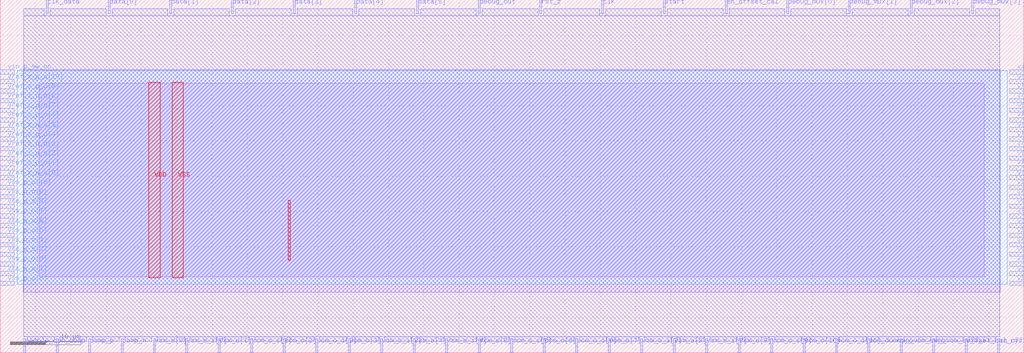
<source format=lef>
VERSION 5.7 ;
  NOWIREEXTENSIONATPIN ON ;
  DIVIDERCHAR "/" ;
  BUSBITCHARS "[]" ;
MACRO state_machine
  CLASS BLOCK ;
  FOREIGN state_machine ;
  ORIGIN 0.000 0.000 ;
  SIZE 145.000 BY 50.000 ;
  PIN VDD
    DIRECTION INOUT ;
    USE POWER ;
    PORT
      LAYER met4 ;
        RECT 21.040 10.640 22.640 38.320 ;
    END
  END VDD
  PIN VSS
    DIRECTION INOUT ;
    USE GROUND ;
    PORT
      LAYER met4 ;
        RECT 24.340 10.640 25.940 38.320 ;
    END
  END VSS
  PIN clk
    DIRECTION INPUT ;
    USE SIGNAL ;
    ANTENNAGATEAREA 0.196500 ;
    PORT
      LAYER met2 ;
        RECT 85.190 48.000 85.470 50.000 ;
    END
  END clk
  PIN clk_data
    DIRECTION OUTPUT ;
    USE SIGNAL ;
    ANTENNADIFFAREA 0.795200 ;
    PORT
      LAYER met2 ;
        RECT 6.530 48.000 6.810 50.000 ;
    END
  END clk_data
  PIN comp_n
    DIRECTION INPUT ;
    USE SIGNAL ;
    ANTENNAGATEAREA 0.196500 ;
    PORT
      LAYER met2 ;
        RECT 17.110 0.000 17.390 2.000 ;
    END
  END comp_n
  PIN comp_p
    DIRECTION INPUT ;
    USE SIGNAL ;
    ANTENNAGATEAREA 0.196500 ;
    PORT
      LAYER met2 ;
        RECT 12.510 0.000 12.790 2.000 ;
    END
  END comp_p
  PIN data[0]
    DIRECTION OUTPUT ;
    USE SIGNAL ;
    ANTENNADIFFAREA 0.795200 ;
    PORT
      LAYER met2 ;
        RECT 15.270 48.000 15.550 50.000 ;
    END
  END data[0]
  PIN data[1]
    DIRECTION OUTPUT ;
    USE SIGNAL ;
    ANTENNADIFFAREA 0.795200 ;
    PORT
      LAYER met2 ;
        RECT 24.010 48.000 24.290 50.000 ;
    END
  END data[1]
  PIN data[2]
    DIRECTION OUTPUT ;
    USE SIGNAL ;
    ANTENNADIFFAREA 0.795200 ;
    PORT
      LAYER met2 ;
        RECT 32.750 48.000 33.030 50.000 ;
    END
  END data[2]
  PIN data[3]
    DIRECTION OUTPUT ;
    USE SIGNAL ;
    ANTENNADIFFAREA 0.795200 ;
    PORT
      LAYER met2 ;
        RECT 41.490 48.000 41.770 50.000 ;
    END
  END data[3]
  PIN data[4]
    DIRECTION OUTPUT ;
    USE SIGNAL ;
    ANTENNADIFFAREA 0.795200 ;
    PORT
      LAYER met2 ;
        RECT 50.230 48.000 50.510 50.000 ;
    END
  END data[4]
  PIN data[5]
    DIRECTION OUTPUT ;
    USE SIGNAL ;
    ANTENNADIFFAREA 0.795200 ;
    PORT
      LAYER met2 ;
        RECT 58.970 48.000 59.250 50.000 ;
    END
  END data[5]
  PIN debug_mux[0]
    DIRECTION INPUT ;
    USE SIGNAL ;
    ANTENNAGATEAREA 0.213000 ;
    PORT
      LAYER met2 ;
        RECT 111.410 48.000 111.690 50.000 ;
    END
  END debug_mux[0]
  PIN debug_mux[1]
    DIRECTION INPUT ;
    USE SIGNAL ;
    ANTENNAGATEAREA 0.213000 ;
    PORT
      LAYER met2 ;
        RECT 120.150 48.000 120.430 50.000 ;
    END
  END debug_mux[1]
  PIN debug_mux[2]
    DIRECTION INPUT ;
    USE SIGNAL ;
    ANTENNAGATEAREA 0.196500 ;
    PORT
      LAYER met2 ;
        RECT 128.890 48.000 129.170 50.000 ;
    END
  END debug_mux[2]
  PIN debug_mux[3]
    DIRECTION INPUT ;
    USE SIGNAL ;
    ANTENNAGATEAREA 0.196500 ;
    PORT
      LAYER met2 ;
        RECT 137.630 48.000 137.910 50.000 ;
    END
  END debug_mux[3]
  PIN debug_out
    DIRECTION OUTPUT ;
    USE SIGNAL ;
    ANTENNADIFFAREA 0.795200 ;
    PORT
      LAYER met2 ;
        RECT 67.710 48.000 67.990 50.000 ;
    END
  END debug_out
  PIN en_comp
    DIRECTION OUTPUT ;
    USE SIGNAL ;
    ANTENNADIFFAREA 0.445500 ;
    PORT
      LAYER met2 ;
        RECT 7.910 0.000 8.190 2.000 ;
    END
  END en_comp
  PIN en_offset_cal
    DIRECTION INPUT ;
    USE SIGNAL ;
    ANTENNAGATEAREA 0.196500 ;
    PORT
      LAYER met2 ;
        RECT 102.670 48.000 102.950 50.000 ;
    END
  END en_offset_cal
  PIN en_offset_cal_o
    DIRECTION OUTPUT ;
    USE SIGNAL ;
    ANTENNADIFFAREA 0.795200 ;
    PORT
      LAYER met2 ;
        RECT 141.310 0.000 141.590 2.000 ;
    END
  END en_offset_cal_o
  PIN en_vcm_sw_o
    DIRECTION OUTPUT ;
    USE SIGNAL ;
    ANTENNADIFFAREA 0.445500 ;
    PORT
      LAYER met2 ;
        RECT 127.510 0.000 127.790 2.000 ;
    END
  END en_vcm_sw_o
  PIN en_vcm_sw_o_i
    DIRECTION INPUT ;
    USE SIGNAL ;
    ANTENNAGATEAREA 0.196500 ;
    PORT
      LAYER met2 ;
        RECT 132.110 0.000 132.390 2.000 ;
    END
  END en_vcm_sw_o_i
  PIN offset_cal_cycle
    DIRECTION OUTPUT ;
    USE SIGNAL ;
    ANTENNADIFFAREA 0.445500 ;
    PORT
      LAYER met2 ;
        RECT 136.710 0.000 136.990 2.000 ;
    END
  END offset_cal_cycle
  PIN rst_z
    DIRECTION INPUT ;
    USE SIGNAL ;
    ANTENNAGATEAREA 0.196500 ;
    PORT
      LAYER met2 ;
        RECT 76.450 48.000 76.730 50.000 ;
    END
  END rst_z
  PIN sample_o
    DIRECTION OUTPUT ;
    USE SIGNAL ;
    ANTENNADIFFAREA 0.795200 ;
    PORT
      LAYER met2 ;
        RECT 3.310 0.000 3.590 2.000 ;
    END
  END sample_o
  PIN start
    DIRECTION INPUT ;
    USE SIGNAL ;
    ANTENNAGATEAREA 0.196500 ;
    PORT
      LAYER met2 ;
        RECT 93.930 48.000 94.210 50.000 ;
    END
  END start
  PIN vcm_dummy_o
    DIRECTION OUTPUT ;
    USE SIGNAL ;
    ANTENNADIFFAREA 0.445500 ;
    PORT
      LAYER met2 ;
        RECT 122.910 0.000 123.190 2.000 ;
    END
  END vcm_dummy_o
  PIN vcm_o[0]
    DIRECTION OUTPUT ;
    USE SIGNAL ;
    ANTENNADIFFAREA 0.445500 ;
    PORT
      LAYER met2 ;
        RECT 21.710 0.000 21.990 2.000 ;
    END
  END vcm_o[0]
  PIN vcm_o[10]
    DIRECTION OUTPUT ;
    USE SIGNAL ;
    ANTENNADIFFAREA 0.445500 ;
    PORT
      LAYER met2 ;
        RECT 113.710 0.000 113.990 2.000 ;
    END
  END vcm_o[10]
  PIN vcm_o[1]
    DIRECTION OUTPUT ;
    USE SIGNAL ;
    ANTENNADIFFAREA 0.445500 ;
    PORT
      LAYER met2 ;
        RECT 30.910 0.000 31.190 2.000 ;
    END
  END vcm_o[1]
  PIN vcm_o[2]
    DIRECTION OUTPUT ;
    USE SIGNAL ;
    ANTENNADIFFAREA 0.445500 ;
    PORT
      LAYER met2 ;
        RECT 40.110 0.000 40.390 2.000 ;
    END
  END vcm_o[2]
  PIN vcm_o[3]
    DIRECTION OUTPUT ;
    USE SIGNAL ;
    ANTENNADIFFAREA 0.445500 ;
    PORT
      LAYER met2 ;
        RECT 49.310 0.000 49.590 2.000 ;
    END
  END vcm_o[3]
  PIN vcm_o[4]
    DIRECTION OUTPUT ;
    USE SIGNAL ;
    ANTENNADIFFAREA 0.445500 ;
    PORT
      LAYER met2 ;
        RECT 58.510 0.000 58.790 2.000 ;
    END
  END vcm_o[4]
  PIN vcm_o[5]
    DIRECTION OUTPUT ;
    USE SIGNAL ;
    ANTENNADIFFAREA 0.445500 ;
    PORT
      LAYER met2 ;
        RECT 67.710 0.000 67.990 2.000 ;
    END
  END vcm_o[5]
  PIN vcm_o[6]
    DIRECTION OUTPUT ;
    USE SIGNAL ;
    ANTENNADIFFAREA 0.445500 ;
    PORT
      LAYER met2 ;
        RECT 76.910 0.000 77.190 2.000 ;
    END
  END vcm_o[6]
  PIN vcm_o[7]
    DIRECTION OUTPUT ;
    USE SIGNAL ;
    ANTENNADIFFAREA 0.445500 ;
    PORT
      LAYER met2 ;
        RECT 86.110 0.000 86.390 2.000 ;
    END
  END vcm_o[7]
  PIN vcm_o[8]
    DIRECTION OUTPUT ;
    USE SIGNAL ;
    ANTENNADIFFAREA 0.445500 ;
    PORT
      LAYER met2 ;
        RECT 95.310 0.000 95.590 2.000 ;
    END
  END vcm_o[8]
  PIN vcm_o[9]
    DIRECTION OUTPUT ;
    USE SIGNAL ;
    ANTENNADIFFAREA 0.445500 ;
    PORT
      LAYER met2 ;
        RECT 104.510 0.000 104.790 2.000 ;
    END
  END vcm_o[9]
  PIN vcm_o_i[0]
    DIRECTION INPUT ;
    USE SIGNAL ;
    ANTENNAGATEAREA 0.196500 ;
    PORT
      LAYER met2 ;
        RECT 26.310 0.000 26.590 2.000 ;
    END
  END vcm_o_i[0]
  PIN vcm_o_i[10]
    DIRECTION INPUT ;
    USE SIGNAL ;
    ANTENNAGATEAREA 0.196500 ;
    PORT
      LAYER met2 ;
        RECT 118.310 0.000 118.590 2.000 ;
    END
  END vcm_o_i[10]
  PIN vcm_o_i[1]
    DIRECTION INPUT ;
    USE SIGNAL ;
    ANTENNAGATEAREA 0.196500 ;
    PORT
      LAYER met2 ;
        RECT 35.510 0.000 35.790 2.000 ;
    END
  END vcm_o_i[1]
  PIN vcm_o_i[2]
    DIRECTION INPUT ;
    USE SIGNAL ;
    ANTENNAGATEAREA 0.196500 ;
    PORT
      LAYER met2 ;
        RECT 44.710 0.000 44.990 2.000 ;
    END
  END vcm_o_i[2]
  PIN vcm_o_i[3]
    DIRECTION INPUT ;
    USE SIGNAL ;
    ANTENNAGATEAREA 0.196500 ;
    PORT
      LAYER met2 ;
        RECT 53.910 0.000 54.190 2.000 ;
    END
  END vcm_o_i[3]
  PIN vcm_o_i[4]
    DIRECTION INPUT ;
    USE SIGNAL ;
    ANTENNAGATEAREA 0.196500 ;
    PORT
      LAYER met2 ;
        RECT 63.110 0.000 63.390 2.000 ;
    END
  END vcm_o_i[4]
  PIN vcm_o_i[5]
    DIRECTION INPUT ;
    USE SIGNAL ;
    ANTENNAGATEAREA 0.196500 ;
    PORT
      LAYER met2 ;
        RECT 72.310 0.000 72.590 2.000 ;
    END
  END vcm_o_i[5]
  PIN vcm_o_i[6]
    DIRECTION INPUT ;
    USE SIGNAL ;
    ANTENNAGATEAREA 0.196500 ;
    PORT
      LAYER met2 ;
        RECT 81.510 0.000 81.790 2.000 ;
    END
  END vcm_o_i[6]
  PIN vcm_o_i[7]
    DIRECTION INPUT ;
    USE SIGNAL ;
    ANTENNAGATEAREA 0.196500 ;
    PORT
      LAYER met2 ;
        RECT 90.710 0.000 90.990 2.000 ;
    END
  END vcm_o_i[7]
  PIN vcm_o_i[8]
    DIRECTION INPUT ;
    USE SIGNAL ;
    ANTENNAGATEAREA 0.196500 ;
    PORT
      LAYER met2 ;
        RECT 99.910 0.000 100.190 2.000 ;
    END
  END vcm_o_i[8]
  PIN vcm_o_i[9]
    DIRECTION INPUT ;
    USE SIGNAL ;
    ANTENNAGATEAREA 0.196500 ;
    PORT
      LAYER met2 ;
        RECT 109.110 0.000 109.390 2.000 ;
    END
  END vcm_o_i[9]
  PIN vin_n_sw_on
    DIRECTION INPUT ;
    USE SIGNAL ;
    ANTENNAGATEAREA 0.196500 ;
    PORT
      LAYER met3 ;
        RECT 143.000 39.480 145.000 40.080 ;
    END
  END vin_n_sw_on
  PIN vin_p_sw_on
    DIRECTION INPUT ;
    USE SIGNAL ;
    ANTENNAGATEAREA 0.196500 ;
    PORT
      LAYER met3 ;
        RECT 0.000 39.480 2.000 40.080 ;
    END
  END vin_p_sw_on
  PIN vref_z_n_o[0]
    DIRECTION OUTPUT ;
    USE SIGNAL ;
    ANTENNADIFFAREA 0.445500 ;
    PORT
      LAYER met3 ;
        RECT 143.000 24.520 145.000 25.120 ;
    END
  END vref_z_n_o[0]
  PIN vref_z_n_o[10]
    DIRECTION OUTPUT ;
    USE SIGNAL ;
    ANTENNADIFFAREA 0.445500 ;
    PORT
      LAYER met3 ;
        RECT 143.000 38.120 145.000 38.720 ;
    END
  END vref_z_n_o[10]
  PIN vref_z_n_o[1]
    DIRECTION OUTPUT ;
    USE SIGNAL ;
    ANTENNADIFFAREA 0.445500 ;
    PORT
      LAYER met3 ;
        RECT 143.000 25.880 145.000 26.480 ;
    END
  END vref_z_n_o[1]
  PIN vref_z_n_o[2]
    DIRECTION OUTPUT ;
    USE SIGNAL ;
    ANTENNADIFFAREA 0.445500 ;
    PORT
      LAYER met3 ;
        RECT 143.000 27.240 145.000 27.840 ;
    END
  END vref_z_n_o[2]
  PIN vref_z_n_o[3]
    DIRECTION OUTPUT ;
    USE SIGNAL ;
    ANTENNADIFFAREA 0.445500 ;
    PORT
      LAYER met3 ;
        RECT 143.000 28.600 145.000 29.200 ;
    END
  END vref_z_n_o[3]
  PIN vref_z_n_o[4]
    DIRECTION OUTPUT ;
    USE SIGNAL ;
    ANTENNADIFFAREA 0.445500 ;
    PORT
      LAYER met3 ;
        RECT 143.000 29.960 145.000 30.560 ;
    END
  END vref_z_n_o[4]
  PIN vref_z_n_o[5]
    DIRECTION OUTPUT ;
    USE SIGNAL ;
    ANTENNADIFFAREA 0.445500 ;
    PORT
      LAYER met3 ;
        RECT 143.000 31.320 145.000 31.920 ;
    END
  END vref_z_n_o[5]
  PIN vref_z_n_o[6]
    DIRECTION OUTPUT ;
    USE SIGNAL ;
    ANTENNADIFFAREA 0.445500 ;
    PORT
      LAYER met3 ;
        RECT 143.000 32.680 145.000 33.280 ;
    END
  END vref_z_n_o[6]
  PIN vref_z_n_o[7]
    DIRECTION OUTPUT ;
    USE SIGNAL ;
    ANTENNADIFFAREA 0.445500 ;
    PORT
      LAYER met3 ;
        RECT 143.000 34.040 145.000 34.640 ;
    END
  END vref_z_n_o[7]
  PIN vref_z_n_o[8]
    DIRECTION OUTPUT ;
    USE SIGNAL ;
    ANTENNADIFFAREA 0.445500 ;
    PORT
      LAYER met3 ;
        RECT 143.000 35.400 145.000 36.000 ;
    END
  END vref_z_n_o[8]
  PIN vref_z_n_o[9]
    DIRECTION OUTPUT ;
    USE SIGNAL ;
    ANTENNADIFFAREA 0.445500 ;
    PORT
      LAYER met3 ;
        RECT 143.000 36.760 145.000 37.360 ;
    END
  END vref_z_n_o[9]
  PIN vref_z_p_o[0]
    DIRECTION OUTPUT ;
    USE SIGNAL ;
    ANTENNADIFFAREA 0.445500 ;
    PORT
      LAYER met3 ;
        RECT 0.000 24.520 2.000 25.120 ;
    END
  END vref_z_p_o[0]
  PIN vref_z_p_o[10]
    DIRECTION OUTPUT ;
    USE SIGNAL ;
    ANTENNADIFFAREA 0.445500 ;
    PORT
      LAYER met3 ;
        RECT 0.000 38.120 2.000 38.720 ;
    END
  END vref_z_p_o[10]
  PIN vref_z_p_o[1]
    DIRECTION OUTPUT ;
    USE SIGNAL ;
    ANTENNADIFFAREA 0.445500 ;
    PORT
      LAYER met3 ;
        RECT 0.000 25.880 2.000 26.480 ;
    END
  END vref_z_p_o[1]
  PIN vref_z_p_o[2]
    DIRECTION OUTPUT ;
    USE SIGNAL ;
    ANTENNADIFFAREA 0.445500 ;
    PORT
      LAYER met3 ;
        RECT 0.000 27.240 2.000 27.840 ;
    END
  END vref_z_p_o[2]
  PIN vref_z_p_o[3]
    DIRECTION OUTPUT ;
    USE SIGNAL ;
    ANTENNADIFFAREA 0.445500 ;
    PORT
      LAYER met3 ;
        RECT 0.000 28.600 2.000 29.200 ;
    END
  END vref_z_p_o[3]
  PIN vref_z_p_o[4]
    DIRECTION OUTPUT ;
    USE SIGNAL ;
    ANTENNADIFFAREA 0.445500 ;
    PORT
      LAYER met3 ;
        RECT 0.000 29.960 2.000 30.560 ;
    END
  END vref_z_p_o[4]
  PIN vref_z_p_o[5]
    DIRECTION OUTPUT ;
    USE SIGNAL ;
    ANTENNADIFFAREA 0.445500 ;
    PORT
      LAYER met3 ;
        RECT 0.000 31.320 2.000 31.920 ;
    END
  END vref_z_p_o[5]
  PIN vref_z_p_o[6]
    DIRECTION OUTPUT ;
    USE SIGNAL ;
    ANTENNADIFFAREA 0.445500 ;
    PORT
      LAYER met3 ;
        RECT 0.000 32.680 2.000 33.280 ;
    END
  END vref_z_p_o[6]
  PIN vref_z_p_o[7]
    DIRECTION OUTPUT ;
    USE SIGNAL ;
    ANTENNADIFFAREA 0.445500 ;
    PORT
      LAYER met3 ;
        RECT 0.000 34.040 2.000 34.640 ;
    END
  END vref_z_p_o[7]
  PIN vref_z_p_o[8]
    DIRECTION OUTPUT ;
    USE SIGNAL ;
    ANTENNADIFFAREA 0.445500 ;
    PORT
      LAYER met3 ;
        RECT 0.000 35.400 2.000 36.000 ;
    END
  END vref_z_p_o[8]
  PIN vref_z_p_o[9]
    DIRECTION OUTPUT ;
    USE SIGNAL ;
    ANTENNADIFFAREA 0.445500 ;
    PORT
      LAYER met3 ;
        RECT 0.000 36.760 2.000 37.360 ;
    END
  END vref_z_p_o[9]
  PIN vss_n_o[0]
    DIRECTION OUTPUT ;
    USE SIGNAL ;
    ANTENNADIFFAREA 0.445500 ;
    PORT
      LAYER met3 ;
        RECT 143.000 9.560 145.000 10.160 ;
    END
  END vss_n_o[0]
  PIN vss_n_o[10]
    DIRECTION OUTPUT ;
    USE SIGNAL ;
    ANTENNADIFFAREA 0.445500 ;
    PORT
      LAYER met3 ;
        RECT 143.000 23.160 145.000 23.760 ;
    END
  END vss_n_o[10]
  PIN vss_n_o[1]
    DIRECTION OUTPUT ;
    USE SIGNAL ;
    ANTENNADIFFAREA 0.445500 ;
    PORT
      LAYER met3 ;
        RECT 143.000 10.920 145.000 11.520 ;
    END
  END vss_n_o[1]
  PIN vss_n_o[2]
    DIRECTION OUTPUT ;
    USE SIGNAL ;
    ANTENNADIFFAREA 0.445500 ;
    PORT
      LAYER met3 ;
        RECT 143.000 12.280 145.000 12.880 ;
    END
  END vss_n_o[2]
  PIN vss_n_o[3]
    DIRECTION OUTPUT ;
    USE SIGNAL ;
    ANTENNADIFFAREA 0.445500 ;
    PORT
      LAYER met3 ;
        RECT 143.000 13.640 145.000 14.240 ;
    END
  END vss_n_o[3]
  PIN vss_n_o[4]
    DIRECTION OUTPUT ;
    USE SIGNAL ;
    ANTENNADIFFAREA 0.445500 ;
    PORT
      LAYER met3 ;
        RECT 143.000 15.000 145.000 15.600 ;
    END
  END vss_n_o[4]
  PIN vss_n_o[5]
    DIRECTION OUTPUT ;
    USE SIGNAL ;
    ANTENNADIFFAREA 0.445500 ;
    PORT
      LAYER met3 ;
        RECT 143.000 16.360 145.000 16.960 ;
    END
  END vss_n_o[5]
  PIN vss_n_o[6]
    DIRECTION OUTPUT ;
    USE SIGNAL ;
    ANTENNADIFFAREA 0.445500 ;
    PORT
      LAYER met3 ;
        RECT 143.000 17.720 145.000 18.320 ;
    END
  END vss_n_o[6]
  PIN vss_n_o[7]
    DIRECTION OUTPUT ;
    USE SIGNAL ;
    ANTENNADIFFAREA 0.445500 ;
    PORT
      LAYER met3 ;
        RECT 143.000 19.080 145.000 19.680 ;
    END
  END vss_n_o[7]
  PIN vss_n_o[8]
    DIRECTION OUTPUT ;
    USE SIGNAL ;
    ANTENNADIFFAREA 0.445500 ;
    PORT
      LAYER met3 ;
        RECT 143.000 20.440 145.000 21.040 ;
    END
  END vss_n_o[8]
  PIN vss_n_o[9]
    DIRECTION OUTPUT ;
    USE SIGNAL ;
    ANTENNADIFFAREA 0.445500 ;
    PORT
      LAYER met3 ;
        RECT 143.000 21.800 145.000 22.400 ;
    END
  END vss_n_o[9]
  PIN vss_p_o[0]
    DIRECTION OUTPUT ;
    USE SIGNAL ;
    ANTENNADIFFAREA 0.445500 ;
    PORT
      LAYER met3 ;
        RECT 0.000 9.560 2.000 10.160 ;
    END
  END vss_p_o[0]
  PIN vss_p_o[10]
    DIRECTION OUTPUT ;
    USE SIGNAL ;
    ANTENNADIFFAREA 0.445500 ;
    PORT
      LAYER met3 ;
        RECT 0.000 23.160 2.000 23.760 ;
    END
  END vss_p_o[10]
  PIN vss_p_o[1]
    DIRECTION OUTPUT ;
    USE SIGNAL ;
    ANTENNADIFFAREA 0.445500 ;
    PORT
      LAYER met3 ;
        RECT 0.000 10.920 2.000 11.520 ;
    END
  END vss_p_o[1]
  PIN vss_p_o[2]
    DIRECTION OUTPUT ;
    USE SIGNAL ;
    ANTENNADIFFAREA 0.445500 ;
    PORT
      LAYER met3 ;
        RECT 0.000 12.280 2.000 12.880 ;
    END
  END vss_p_o[2]
  PIN vss_p_o[3]
    DIRECTION OUTPUT ;
    USE SIGNAL ;
    ANTENNADIFFAREA 0.445500 ;
    PORT
      LAYER met3 ;
        RECT 0.000 13.640 2.000 14.240 ;
    END
  END vss_p_o[3]
  PIN vss_p_o[4]
    DIRECTION OUTPUT ;
    USE SIGNAL ;
    ANTENNADIFFAREA 0.445500 ;
    PORT
      LAYER met3 ;
        RECT 0.000 15.000 2.000 15.600 ;
    END
  END vss_p_o[4]
  PIN vss_p_o[5]
    DIRECTION OUTPUT ;
    USE SIGNAL ;
    ANTENNADIFFAREA 0.445500 ;
    PORT
      LAYER met3 ;
        RECT 0.000 16.360 2.000 16.960 ;
    END
  END vss_p_o[5]
  PIN vss_p_o[6]
    DIRECTION OUTPUT ;
    USE SIGNAL ;
    ANTENNADIFFAREA 0.445500 ;
    PORT
      LAYER met3 ;
        RECT 0.000 17.720 2.000 18.320 ;
    END
  END vss_p_o[6]
  PIN vss_p_o[7]
    DIRECTION OUTPUT ;
    USE SIGNAL ;
    ANTENNADIFFAREA 0.445500 ;
    PORT
      LAYER met3 ;
        RECT 0.000 19.080 2.000 19.680 ;
    END
  END vss_p_o[7]
  PIN vss_p_o[8]
    DIRECTION OUTPUT ;
    USE SIGNAL ;
    ANTENNADIFFAREA 0.445500 ;
    PORT
      LAYER met3 ;
        RECT 0.000 20.440 2.000 21.040 ;
    END
  END vss_p_o[8]
  PIN vss_p_o[9]
    DIRECTION OUTPUT ;
    USE SIGNAL ;
    ANTENNADIFFAREA 0.445500 ;
    PORT
      LAYER met3 ;
        RECT 0.000 21.800 2.000 22.400 ;
    END
  END vss_p_o[9]
  OBS
      LAYER li1 ;
        RECT 5.520 10.795 139.380 38.165 ;
      LAYER met1 ;
        RECT 3.290 8.540 141.610 40.080 ;
      LAYER met2 ;
        RECT 3.320 47.720 6.250 48.690 ;
        RECT 7.090 47.720 14.990 48.690 ;
        RECT 15.830 47.720 23.730 48.690 ;
        RECT 24.570 47.720 32.470 48.690 ;
        RECT 33.310 47.720 41.210 48.690 ;
        RECT 42.050 47.720 49.950 48.690 ;
        RECT 50.790 47.720 58.690 48.690 ;
        RECT 59.530 47.720 67.430 48.690 ;
        RECT 68.270 47.720 76.170 48.690 ;
        RECT 77.010 47.720 84.910 48.690 ;
        RECT 85.750 47.720 93.650 48.690 ;
        RECT 94.490 47.720 102.390 48.690 ;
        RECT 103.230 47.720 111.130 48.690 ;
        RECT 111.970 47.720 119.870 48.690 ;
        RECT 120.710 47.720 128.610 48.690 ;
        RECT 129.450 47.720 137.350 48.690 ;
        RECT 138.190 47.720 141.580 48.690 ;
        RECT 3.320 2.280 141.580 47.720 ;
        RECT 3.870 1.630 7.630 2.280 ;
        RECT 8.470 1.630 12.230 2.280 ;
        RECT 13.070 1.630 16.830 2.280 ;
        RECT 17.670 1.630 21.430 2.280 ;
        RECT 22.270 1.630 26.030 2.280 ;
        RECT 26.870 1.630 30.630 2.280 ;
        RECT 31.470 1.630 35.230 2.280 ;
        RECT 36.070 1.630 39.830 2.280 ;
        RECT 40.670 1.630 44.430 2.280 ;
        RECT 45.270 1.630 49.030 2.280 ;
        RECT 49.870 1.630 53.630 2.280 ;
        RECT 54.470 1.630 58.230 2.280 ;
        RECT 59.070 1.630 62.830 2.280 ;
        RECT 63.670 1.630 67.430 2.280 ;
        RECT 68.270 1.630 72.030 2.280 ;
        RECT 72.870 1.630 76.630 2.280 ;
        RECT 77.470 1.630 81.230 2.280 ;
        RECT 82.070 1.630 85.830 2.280 ;
        RECT 86.670 1.630 90.430 2.280 ;
        RECT 91.270 1.630 95.030 2.280 ;
        RECT 95.870 1.630 99.630 2.280 ;
        RECT 100.470 1.630 104.230 2.280 ;
        RECT 105.070 1.630 108.830 2.280 ;
        RECT 109.670 1.630 113.430 2.280 ;
        RECT 114.270 1.630 118.030 2.280 ;
        RECT 118.870 1.630 122.630 2.280 ;
        RECT 123.470 1.630 127.230 2.280 ;
        RECT 128.070 1.630 131.830 2.280 ;
        RECT 132.670 1.630 136.430 2.280 ;
        RECT 137.270 1.630 141.030 2.280 ;
      LAYER met3 ;
        RECT 2.400 9.695 142.600 39.945 ;
      LAYER met4 ;
        RECT 40.775 13.095 41.105 21.585 ;
  END
END state_machine
END LIBRARY


</source>
